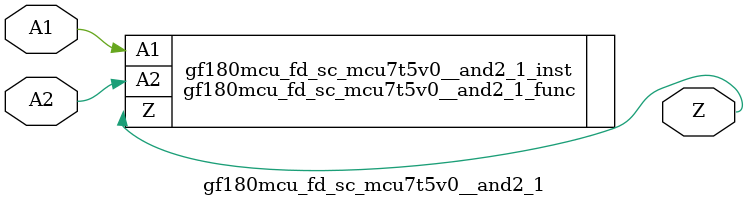
<source format=v>

module gf180mcu_fd_sc_mcu7t5v0__and2_1( A1, A2, Z );
input A1, A2;
output Z;

   `ifdef FUNCTIONAL  //  functional //

	gf180mcu_fd_sc_mcu7t5v0__and2_1_func gf180mcu_fd_sc_mcu7t5v0__and2_1_behav_inst(.A1(A1),.A2(A2),.Z(Z));

   `else

	gf180mcu_fd_sc_mcu7t5v0__and2_1_func gf180mcu_fd_sc_mcu7t5v0__and2_1_inst(.A1(A1),.A2(A2),.Z(Z));

	// spec_gates_begin


	// spec_gates_end



   specify

	// specify_block_begin

	// comb arc A1 --> Z
	 (A1 => Z) = (1.0,1.0);

	// comb arc A2 --> Z
	 (A2 => Z) = (1.0,1.0);

	// specify_block_end

   endspecify

   `endif

endmodule

</source>
